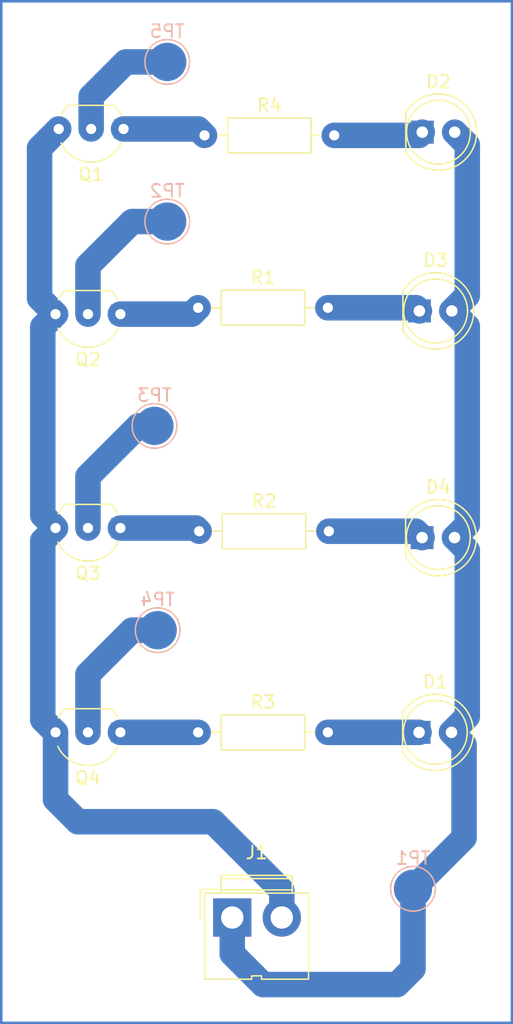
<source format=kicad_pcb>
(kicad_pcb (version 20240108) (generator "pcbnew") (generator_version "8.0")
  (layers (0 "F.Cu" signal) (31 "B.Cu" signal) (34 "B.Paste" user) (35 "F.Paste" user) (36 "B.SilkS" user "B.Silkscreen") (37 "F.SilkS" user "F.Silkscreen") (38 "B.Mask" user) (39 "F.Mask" user) (44 "Edge.Cuts" user))
  (net 0 "")
  (net 1 "Net-(D1-K)")
  (net 2 "Net-(D1-A)")
  (net 3 "Net-(D2-K)")
  (net 4 "Net-(D3-K)")
  (net 5 "Net-(D4-K)")
  (net 6 "GND")
  (net 7 "Net-(Q1-B)")
  (net 8 "Net-(Q1-C)")
  (net 9 "Net-(Q2-B)")
  (net 10 "Net-(Q2-C)")
  (net 11 "Net-(Q3-B)")
  (net 12 "Net-(Q3-C)")
  (net 13 "Net-(Q4-C)")
  (net 14 "Net-(Q4-B)")
  (footprint "Resistor_THT:R_Axial_DIN0207_L6.3mm_D2.5mm_P10.16mm_Horizontal" (layer "F.Cu") (at 140.17 42.75)
    (property "Reference" "R4" (at 5.08 -2.37 0) (layer "F.SilkS"))
    (property "Value" "R")
    (fp_line (start 1.04 0) (end 1.81 0) (stroke (width 0.12)) (layer "F.SilkS"))
    (fp_line (start 1.81 -1.37) (end 1.81 1.37) (stroke (width 0.12)) (layer "F.SilkS"))
    (fp_line (start 1.81 1.37) (end 8.35 1.37) (stroke (width 0.12)) (layer "F.SilkS"))
    (fp_line (start 8.35 -1.37) (end 1.81 -1.37) (stroke (width 0.12)) (layer "F.SilkS"))
    (fp_line (start 8.35 1.37) (end 8.35 -1.37) (stroke (width 0.12)) (layer "F.SilkS"))
    (fp_line (start 9.12 0) (end 8.35 0) (stroke (width 0.12)) (layer "F.SilkS"))
    (pad "1" thru_hole circle (at 0 0) (size 1.6 1.6) (drill 0.8) (layers "*.Cu" "*.Mask") (net 8 "Net-(Q1-C)"))
    (pad "2" thru_hole oval (at 10.16 0) (size 1.6 1.6) (drill 0.8) (layers "*.Cu" "*.Mask") (net 3 "Net-(D2-K)"))
  )
  (footprint "LED_THT:LED_D5.0mm_IRBlack" (layer "F.Cu") (at 157.225 42.5)
    (property "Reference" "D2" (at 1.27 -3.96 0) (layer "F.SilkS"))
    (property "Value" "LED")
    (fp_line (start -1.29 -1.545) (end -1.29 1.545) (stroke (width 0.12)) (layer "F.SilkS"))
    (fp_arc (start -1.29 -1.54483) (mid 2.071756 -2.880501) (end 4.26 -0.000048) (stroke (width 0.12)) (layer "F.SilkS"))
    (fp_arc (start 4.26 0.000048) (mid 2.071756 2.880501) (end -1.29 1.54483) (stroke (width 0.12)) (layer "F.SilkS"))
    (fp_circle (center 1.27 0) (end 3.77 0) (stroke (width 0.12)) (fill none) (layer "F.SilkS"))
    (pad "1" thru_hole rect (at 0 0) (size 1.8 1.8) (drill 0.9) (layers "*.Cu" "*.Mask") (net 3 "Net-(D2-K)"))
    (pad "2" thru_hole circle (at 2.54 0) (size 1.8 1.8) (drill 0.9) (layers "*.Cu" "*.Mask") (net 2 "Net-(D1-A)"))
  )
  (footprint "LED_THT:LED_D5.0mm_IRBlack" (layer "F.Cu") (at 156.975 89.5)
    (property "Reference" "D1" (at 1.27 -3.96 0) (layer "F.SilkS"))
    (property "Value" "LED")
    (fp_line (start -1.29 -1.545) (end -1.29 1.545) (stroke (width 0.12)) (layer "F.SilkS"))
    (fp_arc (start -1.29 -1.54483) (mid 2.071756 -2.880501) (end 4.26 -0.000048) (stroke (width 0.12)) (layer "F.SilkS"))
    (fp_arc (start 4.26 0.000048) (mid 2.071756 2.880501) (end -1.29 1.54483) (stroke (width 0.12)) (layer "F.SilkS"))
    (fp_circle (center 1.27 0) (end 3.77 0) (stroke (width 0.12)) (fill none) (layer "F.SilkS"))
    (pad "1" thru_hole rect (at 0 0) (size 1.8 1.8) (drill 0.9) (layers "*.Cu" "*.Mask") (net 1 "Net-(D1-K)"))
    (pad "2" thru_hole circle (at 2.54 0) (size 1.8 1.8) (drill 0.9) (layers "*.Cu" "*.Mask") (net 2 "Net-(D1-A)"))
  )
  (footprint "Package_TO_SOT_THT:TO-92_Inline_Wide" (layer "F.Cu") (at 133.58 56.75 180)
    (property "Reference" "Q2" (at 2.54 -3.56 0) (layer "F.SilkS"))
    (property "Value" "BC547")
    (fp_line (start 0.74 1.85) (end 4.34 1.85) (stroke (width 0.12)) (layer "F.SilkS"))
    (fp_arc (start 4.864184 1.122795) (mid 4.633903 1.509328) (end 4.34 1.85) (stroke (width 0.12)) (layer "F.SilkS"))
    (fp_arc (start 2.54 -2.6) (mid 3.936979 -2.192818) (end 4.8964 -1.098807) (stroke (width 0.12)) (layer "F.SilkS"))
    (fp_arc (start 0.74 1.85) (mid 0.446097 1.509328) (end 0.215816 1.122795) (stroke (width 0.12)) (layer "F.SilkS"))
    (fp_arc (start 0.1836 -1.098807) (mid 1.143021 -2.192817) (end 2.54 -2.6) (stroke (width 0.12)) (layer "F.SilkS"))
    (pad "1" thru_hole rect (at 0 0 180) (size 1.5 1.5) (drill 0.8) (layers "*.Cu" "*.Mask") (net 10 "Net-(Q2-C)"))
    (pad "2" thru_hole circle (at 2.54 0 180) (size 1.5 1.5) (drill 0.8) (layers "*.Cu" "*.Mask") (net 9 "Net-(Q2-B)"))
    (pad "3" thru_hole circle (at 5.08 0 180) (size 1.5 1.5) (drill 0.8) (layers "*.Cu" "*.Mask") (net 6 "GND"))
  )
  (footprint "LED_THT:LED_D5.0mm_IRBlack" (layer "F.Cu") (at 157 56.5)
    (property "Reference" "D3" (at 1.27 -3.96 0) (layer "F.SilkS"))
    (property "Value" "LED")
    (fp_line (start -1.29 -1.545) (end -1.29 1.545) (stroke (width 0.12)) (layer "F.SilkS"))
    (fp_arc (start -1.29 -1.54483) (mid 2.071756 -2.880501) (end 4.26 -0.000048) (stroke (width 0.12)) (layer "F.SilkS"))
    (fp_arc (start 4.26 0.000048) (mid 2.071756 2.880501) (end -1.29 1.54483) (stroke (width 0.12)) (layer "F.SilkS"))
    (fp_circle (center 1.27 0) (end 3.77 0) (stroke (width 0.12)) (fill none) (layer "F.SilkS"))
    (pad "1" thru_hole rect (at 0 0) (size 1.8 1.8) (drill 0.9) (layers "*.Cu" "*.Mask") (net 4 "Net-(D3-K)"))
    (pad "2" thru_hole circle (at 2.54 0) (size 1.8 1.8) (drill 0.9) (layers "*.Cu" "*.Mask") (net 2 "Net-(D1-A)"))
  )
  (footprint "Resistor_THT:R_Axial_DIN0207_L6.3mm_D2.5mm_P10.16mm_Horizontal" (layer "F.Cu") (at 139.67 56.25)
    (property "Reference" "R1" (at 5.08 -2.37 0) (layer "F.SilkS"))
    (property "Value" "R")
    (fp_line (start 1.04 0) (end 1.81 0) (stroke (width 0.12)) (layer "F.SilkS"))
    (fp_line (start 1.81 -1.37) (end 1.81 1.37) (stroke (width 0.12)) (layer "F.SilkS"))
    (fp_line (start 1.81 1.37) (end 8.35 1.37) (stroke (width 0.12)) (layer "F.SilkS"))
    (fp_line (start 8.35 -1.37) (end 1.81 -1.37) (stroke (width 0.12)) (layer "F.SilkS"))
    (fp_line (start 8.35 1.37) (end 8.35 -1.37) (stroke (width 0.12)) (layer "F.SilkS"))
    (fp_line (start 9.12 0) (end 8.35 0) (stroke (width 0.12)) (layer "F.SilkS"))
    (pad "1" thru_hole circle (at 0 0) (size 1.6 1.6) (drill 0.8) (layers "*.Cu" "*.Mask") (net 10 "Net-(Q2-C)"))
    (pad "2" thru_hole oval (at 10.16 0) (size 1.6 1.6) (drill 0.8) (layers "*.Cu" "*.Mask") (net 4 "Net-(D3-K)"))
  )
  (footprint "Connector:JWT_A3963_1x02_P3.96mm_Vertical" (layer "F.Cu") (at 142.3425 104)
    (property "Reference" "J1" (at 1.91 -5.08 0) (layer "F.SilkS"))
    (property "Value" "Conn_01x02_Pin")
    (fp_line (start -2.5 -2.2) (end -2.5 0) (stroke (width 0.12)) (layer "F.SilkS"))
    (fp_line (start -2.16 -1.91) (end -2.16 0) (stroke (width 0.12)) (layer "F.SilkS"))
    (fp_line (start -2.16 -1.91) (end 5.97 -1.91) (stroke (width 0.12)) (layer "F.SilkS"))
    (fp_line (start -2.16 0) (end -2.16 4.83) (stroke (width 0.12)) (layer "F.SilkS"))
    (fp_line (start -1.2 -2.2) (end -2.5 -2.2) (stroke (width 0.12)) (layer "F.SilkS"))
    (fp_line (start -0.89 -3.3) (end 4.7 -3.3) (stroke (width 0.12)) (layer "F.SilkS"))
    (fp_line (start -0.89 -3.05) (end 4.7 -3.05) (stroke (width 0.12)) (layer "F.SilkS"))
    (fp_line (start -0.89 -2.16) (end 4.7 -2.16) (stroke (width 0.12)) (layer "F.SilkS"))
    (fp_line (start -0.89 -1.91) (end -0.89 -3.3) (stroke (width 0.12)) (layer "F.SilkS"))
    (fp_line (start 1.52 4.57) (end 2.29 4.57) (stroke (width 0.12)) (layer "F.SilkS"))
    (fp_line (start 1.52 4.83) (end -2.16 4.83) (stroke (width 0.12)) (layer "F.SilkS"))
    (fp_line (start 1.52 4.83) (end 1.52 4.57) (stroke (width 0.12)) (layer "F.SilkS"))
    (fp_line (start 2.29 4.57) (end 2.29 4.83) (stroke (width 0.12)) (layer "F.SilkS"))
    (fp_line (start 2.29 4.83) (end 5.97 4.83) (stroke (width 0.12)) (layer "F.SilkS"))
    (fp_line (start 4.7 -1.91) (end 4.7 -3.3) (stroke (width 0.12)) (layer "F.SilkS"))
    (fp_line (start 5.97 -1.91) (end 5.97 0) (stroke (width 0.12)) (layer "F.SilkS"))
    (fp_line (start 5.97 4.83) (end 5.97 0) (stroke (width 0.12)) (layer "F.SilkS"))
    (pad "1" thru_hole rect (at 0 0) (size 3 3) (drill 1.75) (layers "*.Cu" "*.Mask") (net 2 "Net-(D1-A)"))
    (pad "2" thru_hole circle (at 3.88 0) (size 3 3) (drill 1.75) (layers "*.Cu" "*.Mask") (net 6 "GND"))
  )
  (footprint "LED_THT:LED_D5.0mm_IRBlack" (layer "F.Cu") (at 157.21 74.25)
    (property "Reference" "D4" (at 1.27 -3.96 0) (layer "F.SilkS"))
    (property "Value" "LED")
    (fp_line (start -1.29 -1.545) (end -1.29 1.545) (stroke (width 0.12)) (layer "F.SilkS"))
    (fp_arc (start -1.29 -1.54483) (mid 2.071756 -2.880501) (end 4.26 -0.000048) (stroke (width 0.12)) (layer "F.SilkS"))
    (fp_arc (start 4.26 0.000048) (mid 2.071756 2.880501) (end -1.29 1.54483) (stroke (width 0.12)) (layer "F.SilkS"))
    (fp_circle (center 1.27 0) (end 3.77 0) (stroke (width 0.12)) (fill none) (layer "F.SilkS"))
    (pad "1" thru_hole rect (at 0 0) (size 1.8 1.8) (drill 0.9) (layers "*.Cu" "*.Mask") (net 5 "Net-(D4-K)"))
    (pad "2" thru_hole circle (at 2.54 0) (size 1.8 1.8) (drill 0.9) (layers "*.Cu" "*.Mask") (net 2 "Net-(D1-A)"))
  )
  (footprint "Package_TO_SOT_THT:TO-92_Inline_Wide" (layer "F.Cu") (at 133.58 89.5 180)
    (property "Reference" "Q4" (at 2.54 -3.56 0) (layer "F.SilkS"))
    (property "Value" "BC547")
    (fp_line (start 0.74 1.85) (end 4.34 1.85) (stroke (width 0.12)) (layer "F.SilkS"))
    (fp_arc (start 4.864184 1.122795) (mid 4.633903 1.509328) (end 4.34 1.85) (stroke (width 0.12)) (layer "F.SilkS"))
    (fp_arc (start 2.54 -2.6) (mid 3.936979 -2.192818) (end 4.8964 -1.098807) (stroke (width 0.12)) (layer "F.SilkS"))
    (fp_arc (start 0.74 1.85) (mid 0.446097 1.509328) (end 0.215816 1.122795) (stroke (width 0.12)) (layer "F.SilkS"))
    (fp_arc (start 0.1836 -1.098807) (mid 1.143021 -2.192817) (end 2.54 -2.6) (stroke (width 0.12)) (layer "F.SilkS"))
    (pad "1" thru_hole rect (at 0 0 180) (size 1.5 1.5) (drill 0.8) (layers "*.Cu" "*.Mask") (net 13 "Net-(Q4-C)"))
    (pad "2" thru_hole circle (at 2.54 0 180) (size 1.5 1.5) (drill 0.8) (layers "*.Cu" "*.Mask") (net 14 "Net-(Q4-B)"))
    (pad "3" thru_hole circle (at 5.08 0 180) (size 1.5 1.5) (drill 0.8) (layers "*.Cu" "*.Mask") (net 6 "GND"))
  )
  (footprint "Resistor_THT:R_Axial_DIN0207_L6.3mm_D2.5mm_P10.16mm_Horizontal" (layer "F.Cu") (at 139.75 73.75)
    (property "Reference" "R2" (at 5.08 -2.37 0) (layer "F.SilkS"))
    (property "Value" "R")
    (fp_line (start 1.04 0) (end 1.81 0) (stroke (width 0.12)) (layer "F.SilkS"))
    (fp_line (start 1.81 -1.37) (end 1.81 1.37) (stroke (width 0.12)) (layer "F.SilkS"))
    (fp_line (start 1.81 1.37) (end 8.35 1.37) (stroke (width 0.12)) (layer "F.SilkS"))
    (fp_line (start 8.35 -1.37) (end 1.81 -1.37) (stroke (width 0.12)) (layer "F.SilkS"))
    (fp_line (start 8.35 1.37) (end 8.35 -1.37) (stroke (width 0.12)) (layer "F.SilkS"))
    (fp_line (start 9.12 0) (end 8.35 0) (stroke (width 0.12)) (layer "F.SilkS"))
    (pad "1" thru_hole circle (at 0 0) (size 1.6 1.6) (drill 0.8) (layers "*.Cu" "*.Mask") (net 12 "Net-(Q3-C)"))
    (pad "2" thru_hole oval (at 10.16 0) (size 1.6 1.6) (drill 0.8) (layers "*.Cu" "*.Mask") (net 5 "Net-(D4-K)"))
  )
  (footprint "Resistor_THT:R_Axial_DIN0207_L6.3mm_D2.5mm_P10.16mm_Horizontal" (layer "F.Cu") (at 139.67 89.5)
    (property "Reference" "R3" (at 5.08 -2.37 0) (layer "F.SilkS"))
    (property "Value" "R")
    (fp_line (start 1.04 0) (end 1.81 0) (stroke (width 0.12)) (layer "F.SilkS"))
    (fp_line (start 1.81 -1.37) (end 1.81 1.37) (stroke (width 0.12)) (layer "F.SilkS"))
    (fp_line (start 1.81 1.37) (end 8.35 1.37) (stroke (width 0.12)) (layer "F.SilkS"))
    (fp_line (start 8.35 -1.37) (end 1.81 -1.37) (stroke (width 0.12)) (layer "F.SilkS"))
    (fp_line (start 8.35 1.37) (end 8.35 -1.37) (stroke (width 0.12)) (layer "F.SilkS"))
    (fp_line (start 9.12 0) (end 8.35 0) (stroke (width 0.12)) (layer "F.SilkS"))
    (pad "1" thru_hole circle (at 0 0) (size 1.6 1.6) (drill 0.8) (layers "*.Cu" "*.Mask") (net 13 "Net-(Q4-C)"))
    (pad "2" thru_hole oval (at 10.16 0) (size 1.6 1.6) (drill 0.8) (layers "*.Cu" "*.Mask") (net 1 "Net-(D1-K)"))
  )
  (footprint "Package_TO_SOT_THT:TO-92_Inline_Wide" (layer "F.Cu") (at 133.58 73.5 180)
    (property "Reference" "Q3" (at 2.54 -3.56 0) (layer "F.SilkS"))
    (property "Value" "BC547")
    (fp_line (start 0.74 1.85) (end 4.34 1.85) (stroke (width 0.12)) (layer "F.SilkS"))
    (fp_arc (start 4.864184 1.122795) (mid 4.633903 1.509328) (end 4.34 1.85) (stroke (width 0.12)) (layer "F.SilkS"))
    (fp_arc (start 2.54 -2.6) (mid 3.936979 -2.192818) (end 4.8964 -1.098807) (stroke (width 0.12)) (layer "F.SilkS"))
    (fp_arc (start 0.74 1.85) (mid 0.446097 1.509328) (end 0.215816 1.122795) (stroke (width 0.12)) (layer "F.SilkS"))
    (fp_arc (start 0.1836 -1.098807) (mid 1.143021 -2.192817) (end 2.54 -2.6) (stroke (width 0.12)) (layer "F.SilkS"))
    (pad "1" thru_hole rect (at 0 0 180) (size 1.5 1.5) (drill 0.8) (layers "*.Cu" "*.Mask") (net 12 "Net-(Q3-C)"))
    (pad "2" thru_hole circle (at 2.54 0 180) (size 1.5 1.5) (drill 0.8) (layers "*.Cu" "*.Mask") (net 11 "Net-(Q3-B)"))
    (pad "3" thru_hole circle (at 5.08 0 180) (size 1.5 1.5) (drill 0.8) (layers "*.Cu" "*.Mask") (net 6 "GND"))
  )
  (footprint "Package_TO_SOT_THT:TO-92_Inline_Wide" (layer "F.Cu") (at 133.83 42.25 180)
    (property "Reference" "Q1" (at 2.54 -3.56 0) (layer "F.SilkS"))
    (property "Value" "BC547")
    (fp_line (start 0.74 1.85) (end 4.34 1.85) (stroke (width 0.12)) (layer "F.SilkS"))
    (fp_arc (start 4.864184 1.122795) (mid 4.633903 1.509328) (end 4.34 1.85) (stroke (width 0.12)) (layer "F.SilkS"))
    (fp_arc (start 2.54 -2.6) (mid 3.936979 -2.192818) (end 4.8964 -1.098807) (stroke (width 0.12)) (layer "F.SilkS"))
    (fp_arc (start 0.74 1.85) (mid 0.446097 1.509328) (end 0.215816 1.122795) (stroke (width 0.12)) (layer "F.SilkS"))
    (fp_arc (start 0.1836 -1.098807) (mid 1.143021 -2.192817) (end 2.54 -2.6) (stroke (width 0.12)) (layer "F.SilkS"))
    (pad "1" thru_hole rect (at 0 0 180) (size 1.5 1.5) (drill 0.8) (layers "*.Cu" "*.Mask") (net 8 "Net-(Q1-C)"))
    (pad "2" thru_hole circle (at 2.54 0 180) (size 1.5 1.5) (drill 0.8) (layers "*.Cu" "*.Mask") (net 7 "Net-(Q1-B)"))
    (pad "3" thru_hole circle (at 5.08 0 180) (size 1.5 1.5) (drill 0.8) (layers "*.Cu" "*.Mask") (net 6 "GND"))
  )
  (footprint "TestPoint:TestPoint_Pad_D3.0mm" (layer "B.Cu") (at 137.25 49.5 180)
    (property "Reference" "TP2" (at 0 2.398 0) (layer "B.SilkS") (effects (justify mirror)))
    (property "Value" "TestPoint")
    (fp_circle (center 0 0) (end 0 -1.75) (stroke (width 0.12)) (fill none) (layer "B.SilkS"))
    (pad "1" smd circle (at 0 0 180) (size 3 3) (layers "B.Cu" "B.Mask") (net 9 "Net-(Q2-B)"))
  )
  (footprint "TestPoint:TestPoint_Pad_D3.0mm" (layer "B.Cu") (at 156.5 101.75 180)
    (property "Reference" "TP1" (at 0 2.398 0) (layer "B.SilkS") (effects (justify mirror)))
    (property "Value" "TestPoint")
    (fp_circle (center 0 0) (end 0 -1.75) (stroke (width 0.12)) (fill none) (layer "B.SilkS"))
    (pad "1" smd circle (at 0 0 180) (size 3 3) (layers "B.Cu" "B.Mask") (net 2 "Net-(D1-A)"))
  )
  (footprint "TestPoint:TestPoint_Pad_D3.0mm" (layer "B.Cu") (at 136.5 81.5 180)
    (property "Reference" "TP4" (at 0 2.398 0) (layer "B.SilkS") (effects (justify mirror)))
    (property "Value" "TestPoint")
    (fp_circle (center 0 0) (end 0 -1.75) (stroke (width 0.12)) (fill none) (layer "B.SilkS"))
    (pad "1" smd circle (at 0 0 180) (size 3 3) (layers "B.Cu" "B.Mask") (net 14 "Net-(Q4-B)"))
  )
  (footprint "TestPoint:TestPoint_Pad_D3.0mm" (layer "B.Cu") (at 137.25 37 180)
    (property "Reference" "TP5" (at 0 2.398 0) (layer "B.SilkS") (effects (justify mirror)))
    (property "Value" "TestPoint")
    (fp_circle (center 0 0) (end 0 -1.75) (stroke (width 0.12)) (fill none) (layer "B.SilkS"))
    (pad "1" smd circle (at 0 0 180) (size 3 3) (layers "B.Cu" "B.Mask") (net 7 "Net-(Q1-B)"))
  )
  (footprint "TestPoint:TestPoint_Pad_D3.0mm" (layer "B.Cu") (at 136.25 65.5 180)
    (property "Reference" "TP3" (at 0 2.398 0) (layer "B.SilkS") (effects (justify mirror)))
    (property "Value" "TestPoint")
    (fp_circle (center 0 0) (end 0 -1.75) (stroke (width 0.12)) (fill none) (layer "B.SilkS"))
    (pad "1" smd circle (at 0 0 180) (size 3 3) (layers "B.Cu" "B.Mask") (net 11 "Net-(Q3-B)"))
  )
  (gr_rect (start 124.25 32.25) (end 164.25 112.25) (stroke (width 0.2)) (fill none) (layer "B.Cu"))
  (segment (start 149.83 89.5) (end 156.975 89.5) (width 2) (layer "B.Cu") (net 1))
  (segment (start 160.75 73.25) (end 160.75 57.71) (width 2) (layer "B.Cu") (net 2))
  (segment (start 144.75 109.25) (end 155.25 109.25) (width 2) (layer "B.Cu") (net 2))
  (segment (start 156.5 101.75) (end 160.5 97.75) (width 2) (layer "B.Cu") (net 2))
  (segment (start 155.25 109.25) (end 156.5 108) (width 2) (layer "B.Cu") (net 2))
  (segment (start 159.75 74.25) (end 160.75 75.25) (width 2) (layer "B.Cu") (net 2))
  (segment (start 160.5 90.485) (end 159.515 89.5) (width 2) (layer "B.Cu") (net 2))
  (segment (start 160.75 88.265) (end 159.515 89.5) (width 2) (layer "B.Cu") (net 2))
  (segment (start 142.3425 106.8425) (end 144.75 109.25) (width 2) (layer "B.Cu") (net 2))
  (segment (start 142.3425 106.8425) (end 142.3425 104) (width 2) (layer "B.Cu") (net 2))
  (segment (start 156.5 108) (end 156.5 101.75) (width 2) (layer "B.Cu") (net 2))
  (segment (start 160.75 57.71) (end 159.54 56.5) (width 2) (layer "B.Cu") (net 2))
  (segment (start 159.75 74.25) (end 160.75 73.25) (width 2) (layer "B.Cu") (net 2))
  (segment (start 160.75 75.25) (end 160.75 88.265) (width 2) (layer "B.Cu") (net 2))
  (segment (start 160.5 97.75) (end 160.5 90.485) (width 2) (layer "B.Cu") (net 2))
  (segment (start 160.75 55.29) (end 160.75 43.485) (width 2) (layer "B.Cu") (net 2))
  (segment (start 160.75 43.485) (end 159.765 42.5) (width 2) (layer "B.Cu") (net 2))
  (segment (start 159.54 56.5) (end 160.75 55.29) (width 2) (layer "B.Cu") (net 2))
  (segment (start 150.33 42.75) (end 156.975 42.75) (width 2) (layer "B.Cu") (net 3))
  (segment (start 156.975 42.75) (end 157.225 42.5) (width 2) (layer "B.Cu") (net 3))
  (segment (start 156.75 56.25) (end 157 56.5) (width 2) (layer "B.Cu") (net 4))
  (segment (start 149.83 56.25) (end 156.75 56.25) (width 2) (layer "B.Cu") (net 4))
  (segment (start 156.71 73.75) (end 157.21 74.25) (width 2) (layer "B.Cu") (net 5))
  (segment (start 149.91 73.75) (end 156.71 73.75) (width 2) (layer "B.Cu") (net 5))
  (segment (start 140.84382 96.5) (end 130.25 96.5) (width 2) (layer "B.Cu") (net 6))
  (segment (start 146.2225 104) (end 146.2225 101.87868) (width 2) (layer "B.Cu") (net 6))
  (segment (start 127.25 55.5) (end 127.25 43.75) (width 2) (layer "B.Cu") (net 6))
  (segment (start 130.25 96.5) (end 128.5 94.75) (width 2) (layer "B.Cu") (net 6))
  (segment (start 128.5 89.5) (end 127.5 88.5) (width 2) (layer "B.Cu") (net 6))
  (segment (start 127.5 72.5) (end 127.5 57.75) (width 2) (layer "B.Cu") (net 6))
  (segment (start 127.25 43.75) (end 128.75 42.25) (width 2) (layer "B.Cu") (net 6))
  (segment (start 127.5 74.5) (end 128.5 73.5) (width 2) (layer "B.Cu") (net 6))
  (segment (start 127.5 88.5) (end 127.5 74.5) (width 2) (layer "B.Cu") (net 6))
  (segment (start 128.5 56.75) (end 127.25 55.5) (width 2) (layer "B.Cu") (net 6))
  (segment (start 128.5 73.5) (end 127.5 72.5) (width 2) (layer "B.Cu") (net 6))
  (segment (start 127.5 57.75) (end 128.5 56.75) (width 2) (layer "B.Cu") (net 6))
  (segment (start 128.5 94.75) (end 128.5 89.5) (width 2) (layer "B.Cu") (net 6))
  (segment (start 146.2225 101.87868) (end 140.84382 96.5) (width 2) (layer "B.Cu") (net 6))
  (segment (start 137.25 37) (end 134 37) (width 2) (layer "B.Cu") (net 7))
  (segment (start 131.29 39.71) (end 131.29 42.25) (width 2) (layer "B.Cu") (net 7))
  (segment (start 134 37) (end 131.29 39.71) (width 2) (layer "B.Cu") (net 7))
  (segment (start 133.83 42.25) (end 139.67 42.25) (width 2) (layer "B.Cu") (net 8))
  (segment (start 139.67 42.25) (end 140.17 42.75) (width 2) (layer "B.Cu") (net 8))
  (segment (start 134.5 49.5) (end 131.04 52.96) (width 2) (layer "B.Cu") (net 9))
  (segment (start 131.04 52.96) (end 131.04 56.75) (width 2) (layer "B.Cu") (net 9))
  (segment (start 137.25 49.5) (end 134.5 49.5) (width 2) (layer "B.Cu") (net 9))
  (segment (start 133.58 56.75) (end 139.17 56.75) (width 2) (layer "B.Cu") (net 10))
  (segment (start 139.17 56.75) (end 139.67 56.25) (width 2) (layer "B.Cu") (net 10))
  (segment (start 136.25 65.5) (end 135 65.5) (width 2) (layer "B.Cu") (net 11))
  (segment (start 135 65.5) (end 131.04 69.46) (width 2) (layer "B.Cu") (net 11))
  (segment (start 131.04 69.46) (end 131.04 73.5) (width 2) (layer "B.Cu") (net 11))
  (segment (start 133.58 73.5) (end 139.5 73.5) (width 2) (layer "B.Cu") (net 12))
  (segment (start 139.5 73.5) (end 139.75 73.75) (width 2) (layer "B.Cu") (net 12))
  (segment (start 133.58 89.5) (end 139.67 89.5) (width 2) (layer "B.Cu") (net 13))
  (segment (start 131.04 84.96) (end 131.04 89.5) (width 2) (layer "B.Cu") (net 14))
  (segment (start 136.5 81.5) (end 134.5 81.5) (width 2) (layer "B.Cu") (net 14))
  (segment (start 134.5 81.5) (end 131.04 84.96) (width 2) (layer "B.Cu") (net 14))
)
</source>
